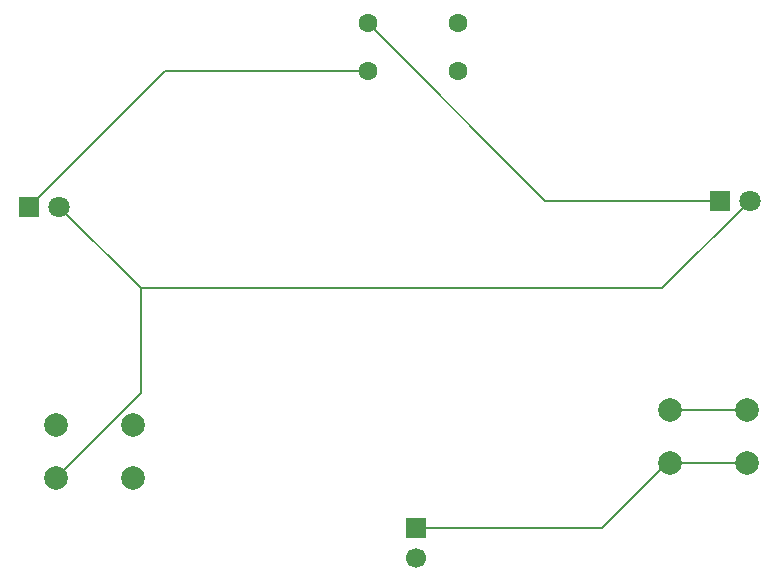
<source format=gbr>
%TF.GenerationSoftware,KiCad,Pcbnew,9.0.2*%
%TF.CreationDate,2025-06-01T15:12:09-05:00*%
%TF.ProjectId,first_pcb_project,66697273-745f-4706-9362-5f70726f6a65,rev?*%
%TF.SameCoordinates,Original*%
%TF.FileFunction,Copper,L1,Top*%
%TF.FilePolarity,Positive*%
%FSLAX46Y46*%
G04 Gerber Fmt 4.6, Leading zero omitted, Abs format (unit mm)*
G04 Created by KiCad (PCBNEW 9.0.2) date 2025-06-01 15:12:09*
%MOMM*%
%LPD*%
G01*
G04 APERTURE LIST*
%TA.AperFunction,ComponentPad*%
%ADD10R,1.700000X1.700000*%
%TD*%
%TA.AperFunction,ComponentPad*%
%ADD11C,1.700000*%
%TD*%
%TA.AperFunction,ComponentPad*%
%ADD12R,1.800000X1.800000*%
%TD*%
%TA.AperFunction,ComponentPad*%
%ADD13C,1.800000*%
%TD*%
%TA.AperFunction,ComponentPad*%
%ADD14C,2.000000*%
%TD*%
%TA.AperFunction,ComponentPad*%
%ADD15C,1.600000*%
%TD*%
%TA.AperFunction,Conductor*%
%ADD16C,0.200000*%
%TD*%
G04 APERTURE END LIST*
D10*
%TO.P,M1,1,+*%
%TO.N,Net-(M1-+)*%
X86958746Y-122316612D03*
D11*
%TO.P,M1,2,-*%
%TO.N,Net-(BT1--)*%
X86958746Y-124856612D03*
%TD*%
D12*
%TO.P,D2,1,K*%
%TO.N,Net-(D2-K)*%
X112683746Y-94591612D03*
D13*
%TO.P,D2,2,A*%
%TO.N,Net-(D1-A)*%
X115223746Y-94591612D03*
%TD*%
D12*
%TO.P,D1,1,K*%
%TO.N,Net-(D1-K)*%
X54183746Y-95091612D03*
D13*
%TO.P,D1,2,A*%
%TO.N,Net-(D1-A)*%
X56723746Y-95091612D03*
%TD*%
D14*
%TO.P,SW1,1,1*%
%TO.N,Net-(BT1-+)*%
X56458746Y-113591612D03*
X62958746Y-113591612D03*
%TO.P,SW1,2,2*%
%TO.N,Net-(D1-A)*%
X56458746Y-118091612D03*
X62958746Y-118091612D03*
%TD*%
%TO.P,SW2,1,1*%
%TO.N,Net-(BT1-+)*%
X108458746Y-112341612D03*
X114958746Y-112341612D03*
%TO.P,SW2,2,2*%
%TO.N,Net-(M1-+)*%
X108458746Y-116841612D03*
X114958746Y-116841612D03*
%TD*%
D15*
%TO.P,R2,1*%
%TO.N,Net-(D1-K)*%
X82838746Y-83591612D03*
%TO.P,R2,2*%
%TO.N,Net-(BT1--)*%
X90458746Y-83591612D03*
%TD*%
%TO.P,R1,1*%
%TO.N,Net-(D2-K)*%
X82838746Y-79591612D03*
%TO.P,R1,2*%
%TO.N,Net-(BT1--)*%
X90458746Y-79591612D03*
%TD*%
D16*
%TO.N,Net-(M1-+)*%
X108458746Y-116841612D02*
X108158388Y-116841612D01*
X102683388Y-122316612D02*
X86958746Y-122316612D01*
X108158388Y-116841612D02*
X102683388Y-122316612D01*
X114958746Y-116841612D02*
X108458746Y-116841612D01*
%TO.N,Net-(D1-A)*%
X115223746Y-94591612D02*
X107796539Y-102018819D01*
X107796539Y-102018819D02*
X63650953Y-102018819D01*
%TO.N,Net-(M1-+)*%
X114958746Y-116841612D02*
X114958746Y-117091612D01*
%TO.N,Net-(D1-A)*%
X56458746Y-118091612D02*
X63650953Y-110899405D01*
X63650953Y-102018819D02*
X56723746Y-95091612D01*
X63650953Y-110899405D02*
X63650953Y-102018819D01*
%TO.N,Net-(D1-K)*%
X82838746Y-83591612D02*
X65683746Y-83591612D01*
X65683746Y-83591612D02*
X54183746Y-95091612D01*
%TO.N,Net-(D2-K)*%
X82838746Y-79591612D02*
X97838746Y-94591612D01*
X97838746Y-94591612D02*
X112683746Y-94591612D01*
%TO.N,Net-(BT1-+)*%
X114958746Y-112341612D02*
X108458746Y-112341612D01*
%TD*%
M02*

</source>
